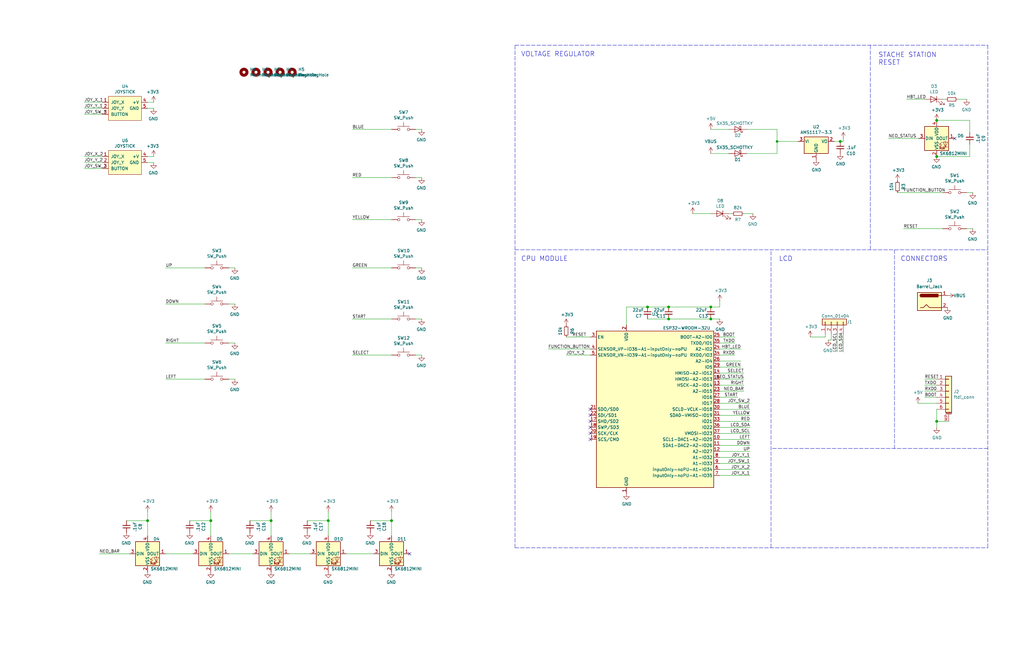
<source format=kicad_sch>
(kicad_sch (version 20211123) (generator eeschema)
  (paper "B")
  (title_block (rev "1.0P") (company "Evezor Inc."))
  (lib_symbols
    (symbol "Connector:Barrel_Jack" (pin_names (offset 1.016))
      (property "Reference" "J" (at 0 5.334 0))
      (property "Value" "Barrel_Jack" (at 0 -5.08 0))
      (symbol "Barrel_Jack_0_1"
        (rectangle (start -5.08 3.81) (end 5.08 -3.81) (stroke (width 0.254)) (fill (type background)))
        (arc (start -3.302 3.175) (mid -3.937 2.54) (end -3.302 1.905) (stroke (width 0.254)))
        (arc (start -3.302 3.175) (mid -3.937 2.54) (end -3.302 1.905) (stroke (width 0.254)) (fill (type outline)))
        (polyline (pts (xy 5.08 2.54) (xy 3.81 2.54)) (stroke (width 0.254)))
        (polyline (pts (xy -3.81 -2.54) (xy -2.54 -2.54) (xy -1.27 -1.27) (xy 0 -2.54) (xy 2.54 -2.54) (xy 5.08 -2.54)) (stroke (width 0.254)))
        (rectangle (start 3.683 3.175) (end -3.302 1.905) (stroke (width 0.254)) (fill (type outline)))
      )
      (symbol "Barrel_Jack_1_1"
        (pin passive line (at 7.62 2.54 180) (length 2.54) (name "~") (number "1"))
        (pin passive line (at 7.62 -2.54 180) (length 2.54) (name "~") (number "2"))
      )
    )
    (symbol "Connector_Generic:Conn_01x04" (pin_names (offset 1.016) hide)
      (property "Reference" "J" (at 0 5.08 0))
      (property "Value" "Conn_01x04" (at 0 -7.62 0))
      (symbol "Conn_01x04_1_1"
        (rectangle (start -1.27 -4.953) (end 0 -5.207) (stroke (width 0.1524)))
        (rectangle (start -1.27 -2.413) (end 0 -2.667) (stroke (width 0.1524)))
        (rectangle (start -1.27 0.127) (end 0 -0.127) (stroke (width 0.1524)))
        (rectangle (start -1.27 2.667) (end 0 2.413) (stroke (width 0.1524)))
        (rectangle (start -1.27 3.81) (end 1.27 -6.35) (stroke (width 0.254)) (fill (type background)))
        (pin passive line (at -5.08 2.54 0) (length 3.81) (name "Pin_1") (number "1"))
        (pin passive line (at -5.08 0 0) (length 3.81) (name "Pin_2") (number "2"))
        (pin passive line (at -5.08 -2.54 0) (length 3.81) (name "Pin_3") (number "3"))
        (pin passive line (at -5.08 -5.08 0) (length 3.81) (name "Pin_4") (number "4"))
      )
    )
    (symbol "Connector_Generic_MountingPin:Conn_01x06_MountingPin" (pin_names (offset 1.016) hide)
      (property "Reference" "J" (at 0 7.62 0))
      (property "Value" "Conn_01x06_MountingPin" (at 1.27 -10.16 0))
      (symbol "Conn_01x06_MountingPin_1_1"
        (rectangle (start -1.27 -7.493) (end 0 -7.747) (stroke (width 0.1524)))
        (rectangle (start -1.27 -4.953) (end 0 -5.207) (stroke (width 0.1524)))
        (rectangle (start -1.27 -2.413) (end 0 -2.667) (stroke (width 0.1524)))
        (rectangle (start -1.27 0.127) (end 0 -0.127) (stroke (width 0.1524)))
        (rectangle (start -1.27 2.667) (end 0 2.413) (stroke (width 0.1524)))
        (rectangle (start -1.27 5.207) (end 0 4.953) (stroke (width 0.1524)))
        (rectangle (start -1.27 6.35) (end 1.27 -8.89) (stroke (width 0.254)) (fill (type background)))
        (polyline (pts (xy -1.016 -9.652) (xy 1.016 -9.652)) (stroke (width 0.1524)))
        (text "Mounting" (at 0 -9.271 0) (effects (font (size 0.381 0.381))))
        (pin passive line (at -5.08 5.08 0) (length 3.81) (name "Pin_1") (number "1"))
        (pin passive line (at -5.08 2.54 0) (length 3.81) (name "Pin_2") (number "2"))
        (pin passive line (at -5.08 0 0) (length 3.81) (name "Pin_3") (number "3"))
        (pin passive line (at -5.08 -2.54 0) (length 3.81) (name "Pin_4") (number "4"))
        (pin passive line (at -5.08 -5.08 0) (length 3.81) (name "Pin_5") (number "5"))
        (pin passive line (at -5.08 -7.62 0) (length 3.81) (name "Pin_6") (number "6"))
        (pin passive line (at 0 -12.7 90) (length 3.048) (name "MountPin") (number "MP"))
      )
    )
    (symbol "Device:C_Small" (pin_numbers hide) (pin_names (offset 0.254) hide)
      (property "Reference" "C" (at 0.254 1.778 0))
      (property "Value" "C_Small" (at 0.254 -2.032 0))
      (symbol "C_Small_0_1"
        (polyline (pts (xy -1.524 -0.508) (xy 1.524 -0.508)) (stroke (width 0.3302)))
        (polyline (pts (xy -1.524 0.508) (xy 1.524 0.508)) (stroke (width 0.3048)))
      )
      (symbol "C_Small_1_1"
        (pin passive line (at 0 2.54 270) (length 2.032) (name "~") (number "1"))
        (pin passive line (at 0 -2.54 90) (length 2.032) (name "~") (number "2"))
      )
    )
    (symbol "Device:D_Schottky" (pin_numbers hide) (pin_names (offset 1.016) hide)
      (property "Reference" "D" (at 0 2.54 0))
      (property "Value" "D_Schottky" (at 0 -2.54 0))
      (symbol "D_Schottky_0_1"
        (polyline (pts (xy 1.27 0) (xy -1.27 0)))
        (polyline (pts (xy 1.27 1.27) (xy 1.27 -1.27) (xy -1.27 0) (xy 1.27 1.27)) (stroke (width 0.2032)))
        (polyline (pts (xy -1.905 0.635) (xy -1.905 1.27) (xy -1.27 1.27) (xy -1.27 -1.27) (xy -0.635 -1.27) (xy -0.635 -0.635)) (stroke (width 0.2032)))
      )
      (symbol "D_Schottky_1_1"
        (pin passive line (at -3.81 0 0) (length 2.54) (name "K") (number "1"))
        (pin passive line (at 3.81 0 180) (length 2.54) (name "A") (number "2"))
      )
    )
    (symbol "Device:LED" (pin_numbers hide) (pin_names (offset 1.016) hide)
      (property "Reference" "D" (at 0 2.54 0))
      (property "Value" "LED" (at 0 -2.54 0))
      (symbol "LED_0_1"
        (polyline (pts (xy -1.27 -1.27) (xy -1.27 1.27)) (stroke (width 0.2032)))
        (polyline (pts (xy -1.27 0) (xy 1.27 0)))
        (polyline (pts (xy 1.27 -1.27) (xy 1.27 1.27) (xy -1.27 0) (xy 1.27 -1.27)) (stroke (width 0.2032)))
        (polyline (pts (xy -3.048 -0.762) (xy -4.572 -2.286) (xy -3.81 -2.286) (xy -4.572 -2.286) (xy -4.572 -1.524)))
        (polyline (pts (xy -1.778 -0.762) (xy -3.302 -2.286) (xy -2.54 -2.286) (xy -3.302 -2.286) (xy -3.302 -1.524)))
      )
      (symbol "LED_1_1"
        (pin passive line (at -3.81 0 0) (length 2.54) (name "K") (number "1"))
        (pin passive line (at 3.81 0 180) (length 2.54) (name "A") (number "2"))
      )
    )
    (symbol "Device:R_Small" (pin_numbers hide) (pin_names (offset 0.254) hide)
      (property "Reference" "R" (at 0.762 0.508 0))
      (property "Value" "R_Small" (at 0.762 -1.016 0))
      (symbol "R_Small_0_1"
        (rectangle (start -0.762 1.778) (end 0.762 -1.778) (stroke (width 0.2032)))
      )
      (symbol "R_Small_1_1"
        (pin passive line (at 0 2.54 270) (length 0.762) (name "~") (number "1"))
        (pin passive line (at 0 -2.54 90) (length 0.762) (name "~") (number "2"))
      )
    )
    (symbol "Evezor_Library:ESP32-WROOM-32U"
      (property "Reference" "U" (at -25.4 34.29 0))
      (property "Value" "ESP32-WROOM-32U" (at 12.7 34.29 0))
      (symbol "ESP32-WROOM-32U_0_1"
        (rectangle (start -25.4 33.02) (end 24.13 -33.02) (stroke (width 0.254)) (fill (type background)))
      )
      (symbol "ESP32-WROOM-32U_1_1"
        (pin power_in line (at -12.7 -35.56 90) (length 2.54) (name "GND") (number "1"))
        (pin bidirectional line (at 26.67 -12.7 180) (length 2.54) (name "SCL1-DAC1-A2-IO25") (number "10"))
        (pin bidirectional line (at 26.67 -15.24 180) (length 2.54) (name "SDA1-DAC2-A2-IO26") (number "11"))
        (pin bidirectional line (at 26.67 -17.78 180) (length 2.54) (name "A2-IO27") (number "12"))
        (pin bidirectional line (at 26.67 10.16 180) (length 2.54) (name "HSCK-A2-IO14") (number "13"))
        (pin bidirectional line (at 26.67 15.24 180) (length 2.54) (name "HMISO-A2-IO12") (number "14"))
        (pin passive line (at -12.7 -35.56 90) (length 2.54) hide (name "GND") (number "15"))
        (pin bidirectional line (at 26.67 12.7 180) (length 2.54) (name "HMOSI-A2-IO13") (number "16"))
        (pin bidirectional line (at -27.94 -5.08 0) (length 2.54) (name "SHD/SD2") (number "17"))
        (pin bidirectional line (at -27.94 -7.62 0) (length 2.54) (name "SWP/SD3") (number "18"))
        (pin bidirectional line (at -27.94 -12.7 0) (length 2.54) (name "SCS/CMD") (number "19"))
        (pin power_in line (at -12.7 35.56 270) (length 2.54) (name "VDD") (number "2"))
        (pin bidirectional line (at -27.94 -10.16 0) (length 2.54) (name "SCK/CLK") (number "20"))
        (pin bidirectional line (at -27.94 0 0) (length 2.54) (name "SDO/SD0") (number "21"))
        (pin bidirectional line (at -27.94 -2.54 0) (length 2.54) (name "SDI/SD1") (number "22"))
        (pin bidirectional line (at 26.67 7.62 180) (length 2.54) (name "A2-IO15") (number "23"))
        (pin bidirectional line (at 26.67 25.4 180) (length 2.54) (name "A2-IO2") (number "24"))
        (pin bidirectional line (at 26.67 30.48 180) (length 2.54) (name "BOOT-A2-IO0") (number "25"))
        (pin bidirectional line (at 26.67 20.32 180) (length 2.54) (name "A2-IO4") (number "26"))
        (pin bidirectional line (at 26.67 5.08 180) (length 2.54) (name "IO16") (number "27"))
        (pin bidirectional line (at 26.67 2.54 180) (length 2.54) (name "IO17") (number "28"))
        (pin bidirectional line (at 26.67 17.78 180) (length 2.54) (name "IO5") (number "29"))
        (pin input line (at -27.94 30.48 0) (length 2.54) (name "EN") (number "3"))
        (pin bidirectional line (at 26.67 0 180) (length 2.54) (name "SCL0-VCLK-IO18") (number "30"))
        (pin bidirectional line (at 26.67 -2.54 180) (length 2.54) (name "SDA0-VMISO-IO19") (number "31"))
        (pin no_connect line (at -25.4 -27.94 0) (length 2.54) hide (name "NC") (number "32"))
        (pin bidirectional line (at 26.67 -5.08 180) (length 2.54) (name "IO21") (number "33"))
        (pin bidirectional line (at 26.67 22.86 180) (length 2.54) (name "RXD0/IO3") (number "34"))
        (pin bidirectional line (at 26.67 27.94 180) (length 2.54) (name "TXD0/IO1") (number "35"))
        (pin bidirectional line (at 26.67 -7.62 180) (length 2.54) (name "IO22") (number "36"))
        (pin bidirectional line (at 26.67 -10.16 180) (length 2.54) (name "VMOSI-IO23") (number "37"))
        (pin passive line (at -12.7 -35.56 90) (length 2.54) hide (name "GND") (number "38"))
        (pin passive line (at -12.7 -35.56 90) (length 2.54) hide (name "GND") (number "39"))
        (pin input line (at -27.94 25.4 0) (length 2.54) (name "SENSOR_VP-IO36-A1-inputOnly-noPU") (number "4"))
        (pin input line (at -27.94 22.86 0) (length 2.54) (name "SENSOR_VN-IO39-A1-inputOnly-noPU") (number "5"))
        (pin input line (at 26.67 -25.4 180) (length 2.54) (name "inputOnly-noPU-A1-IO34") (number "6"))
        (pin input line (at 26.67 -27.94 180) (length 2.54) (name "inputOnly-noPU-A1-IO35") (number "7"))
        (pin bidirectional line (at 26.67 -20.32 180) (length 2.54) (name "A1-IO32") (number "8"))
        (pin bidirectional line (at 26.67 -22.86 180) (length 2.54) (name "A1-IO33") (number "9"))
      )
    )
    (symbol "Evezor_Library:JOYSTICK" (pin_names (offset 1.016))
      (property "Reference" "U" (at -6.35 6.35 0))
      (property "Value" "JOYSTICK" (at 0 -6.35 0))
      (symbol "JOYSTICK_0_1"
        (rectangle (start -7.62 5.08) (end 6.35 -5.08) (fill (type background)))
      )
      (symbol "JOYSTICK_1_1"
        (pin passive line (at -10.16 2.54 0) (length 2.54) (name "JOY_X") (number "1"))
        (pin passive line (at -10.16 0 0) (length 2.54) (name "JOY_Y") (number "2"))
        (pin passive line (at -10.16 -2.54 0) (length 2.54) (name "BUTTON") (number "3"))
        (pin passive line (at 8.89 2.54 180) (length 2.54) (name "+V") (number "4"))
        (pin passive line (at 8.89 0 180) (length 2.54) (name "GND") (number "5"))
      )
    )
    (symbol "LED:SK6812MINI" (pin_names (offset 0.254))
      (property "Reference" "D" (at 5.08 5.715 0))
      (property "Value" "SK6812MINI" (at 1.27 -5.715 0))
      (symbol "SK6812MINI_0_0"
        (text "RGB" (at 2.286 -4.191 0) (effects (font (size 0.762 0.762))))
      )
      (symbol "SK6812MINI_0_1"
        (polyline (pts (xy 1.27 -3.556) (xy 1.778 -3.556)))
        (polyline (pts (xy 1.27 -2.54) (xy 1.778 -2.54)))
        (polyline (pts (xy 4.699 -3.556) (xy 2.667 -3.556)))
        (polyline (pts (xy 2.286 -2.54) (xy 1.27 -3.556) (xy 1.27 -3.048)))
        (polyline (pts (xy 2.286 -1.524) (xy 1.27 -2.54) (xy 1.27 -2.032)))
        (polyline (pts (xy 3.683 -1.016) (xy 3.683 -3.556) (xy 3.683 -4.064)))
        (polyline (pts (xy 4.699 -1.524) (xy 2.667 -1.524) (xy 3.683 -3.556) (xy 4.699 -1.524)))
        (rectangle (start 5.08 5.08) (end -5.08 -5.08) (stroke (width 0.254)) (fill (type background)))
      )
      (symbol "SK6812MINI_1_1"
        (pin output line (at 7.62 0 180) (length 2.54) (name "DOUT") (number "1"))
        (pin power_in line (at 0 -7.62 90) (length 2.54) (name "VSS") (number "2"))
        (pin input line (at -7.62 0 0) (length 2.54) (name "DIN") (number "3"))
        (pin power_in line (at 0 7.62 270) (length 2.54) (name "VDD") (number "4"))
      )
    )
    (symbol "Mechanical:MountingHole" (pin_names (offset 1.016))
      (property "Reference" "H" (at 0 5.08 0))
      (property "Value" "MountingHole" (at 0 3.175 0))
      (symbol "MountingHole_0_1"
        (circle (center 0 0) (radius 1.27) (stroke (width 1.27)))
      )
    )
    (symbol "Regulator_Linear:AMS1117-3.3" (pin_names (offset 0.254))
      (property "Reference" "U" (at -3.81 3.175 0))
      (property "Value" "AMS1117-3.3" (at 0 3.175 0))
      (symbol "AMS1117-3.3_0_1"
        (rectangle (start -5.08 -5.08) (end 5.08 1.905) (stroke (width 0.254)) (fill (type background)))
      )
      (symbol "AMS1117-3.3_1_1"
        (pin power_in line (at 0 -7.62 90) (length 2.54) (name "GND") (number "1"))
        (pin power_out line (at 7.62 0 180) (length 2.54) (name "VO") (number "2"))
        (pin power_in line (at -7.62 0 0) (length 2.54) (name "VI") (number "3"))
      )
    )
    (symbol "Switch:SW_Push" (pin_numbers hide) (pin_names (offset 1.016) hide)
      (property "Reference" "SW" (at 1.27 2.54 0))
      (property "Value" "SW_Push" (at 0 -1.524 0))
      (symbol "SW_Push_0_1"
        (circle (center -2.032 0) (radius 0.508))
        (polyline (pts (xy 0 1.27) (xy 0 3.048)))
        (polyline (pts (xy 2.54 1.27) (xy -2.54 1.27)))
        (circle (center 2.032 0) (radius 0.508))
        (pin passive line (at -5.08 0 0) (length 2.54) (name "1") (number "1"))
        (pin passive line (at 5.08 0 180) (length 2.54) (name "2") (number "2"))
      )
    )
    (symbol "power:+3.3V" (power) (pin_names (offset 0))
      (property "Value" "+3.3V" (at 0 3.556 0))
      (symbol "+3.3V_0_1"
        (polyline (pts (xy -0.762 1.27) (xy 0 2.54)))
        (polyline (pts (xy 0 0) (xy 0 2.54)))
        (polyline (pts (xy 0 2.54) (xy 0.762 1.27)))
      )
      (symbol "+3.3V_1_1"
        (pin power_in line (at 0 0 90) (length 0) hide (name "+3V3") (number "1"))
      )
    )
    (symbol "power:+5V" (power) (pin_names (offset 0))
      (property "Value" "+5V" (at 0 3.556 0))
      (symbol "+5V_0_1"
        (polyline (pts (xy -0.762 1.27) (xy 0 2.54)))
        (polyline (pts (xy 0 0) (xy 0 2.54)))
        (polyline (pts (xy 0 2.54) (xy 0.762 1.27)))
      )
      (symbol "+5V_1_1"
        (pin power_in line (at 0 0 90) (length 0) hide (name "+5V") (number "1"))
      )
    )
    (symbol "power:GND" (power) (pin_names (offset 0))
      (property "Value" "GND" (at 0 -3.81 0))
      (symbol "GND_0_1"
        (polyline (pts (xy 0 0) (xy 0 -1.27) (xy 1.27 -1.27) (xy 0 -2.54) (xy -1.27 -1.27) (xy 0 -1.27)))
      )
      (symbol "GND_1_1"
        (pin power_in line (at 0 0 270) (length 0) hide (name "GND") (number "1"))
      )
    )
    (symbol "power:VBUS" (power) (pin_names (offset 0))
      (property "Value" "VBUS" (at 0 3.81 0))
      (symbol "VBUS_0_1"
        (polyline (pts (xy -0.762 1.27) (xy 0 2.54)))
        (polyline (pts (xy 0 0) (xy 0 2.54)))
        (polyline (pts (xy 0 2.54) (xy 0.762 1.27)))
      )
      (symbol "VBUS_1_1"
        (pin power_in line (at 0 0 90) (length 0) hide (name "VBUS") (number "1"))
      )
    )
  )
  (junction (at 299.72 134.62) (diameter 1.016))
  (junction (at 165.1 219.71) (diameter 1.016))
  (junction (at 354.33 59.69) (diameter 1.016))
  (junction (at 273.05 129.54) (diameter 1.016))
  (junction (at 114.3 219.71) (diameter 1.016))
  (junction (at 138.43 219.71) (diameter 1.016))
  (junction (at 281.94 134.62) (diameter 1.016))
  (junction (at 281.94 129.54) (diameter 1.016))
  (junction (at 62.23 219.71) (diameter 1.016))
  (junction (at 394.97 177.8) (diameter 1.016))
  (junction (at 299.72 129.54) (diameter 1.016))
  (junction (at 394.97 66.04) (diameter 1.016))
  (junction (at 394.97 50.8) (diameter 1.016))
  (junction (at 88.9 219.71) (diameter 1.016))
  (junction (at 327.66 59.69))
  (no_connect (at 248.92 180.34))
  (no_connect (at 248.92 177.8))
  (no_connect (at 248.92 172.72))
  (no_connect (at 172.72 233.68))
  (no_connect (at 402.59 58.42))
  (no_connect (at 248.92 175.26))
  (no_connect (at 248.92 182.88))
  (no_connect (at 248.92 185.42))
  (wire (pts (xy 148.59 74.93) (xy 165.1 74.93)))
  (polyline (pts (xy 367.03 19.05) (xy 367.03 105.41)) (stroke (width 0) (type dash)))
  (wire (pts (xy 96.52 113.03) (xy 99.06 113.03)))
  (wire (pts (xy 114.3 219.71) (xy 114.3 226.06)))
  (wire (pts (xy 146.05 233.68) (xy 157.48 233.68)))
  (wire (pts (xy 387.35 58.42) (xy 374.65 58.42)))
  (wire (pts (xy 129.54 219.71) (xy 138.43 219.71)))
  (wire (pts (xy 156.21 219.71) (xy 165.1 219.71)))
  (wire (pts (xy 138.43 219.71) (xy 138.43 215.9)))
  (wire (pts (xy 303.53 175.26) (xy 316.23 175.26)))
  (wire (pts (xy 347.98 142.24) (xy 347.98 140.97)))
  (wire (pts (xy 64.77 68.58) (xy 62.23 68.58)))
  (wire (pts (xy 403.86 41.91) (xy 407.67 41.91)))
  (wire (pts (xy 175.26 74.93) (xy 177.8 74.93)))
  (wire (pts (xy 303.53 185.42) (xy 316.23 185.42)))
  (wire (pts (xy 303.53 142.24) (xy 309.88 142.24)))
  (wire (pts (xy 341.63 142.24) (xy 347.98 142.24)))
  (wire (pts (xy 105.41 219.71) (xy 114.3 219.71)))
  (wire (pts (xy 394.97 66.04) (xy 408.94 66.04)))
  (wire (pts (xy 303.53 190.5) (xy 316.23 190.5)))
  (wire (pts (xy 165.1 219.71) (xy 165.1 215.9)))
  (wire (pts (xy 299.72 129.54) (xy 303.53 129.54)))
  (wire (pts (xy 148.59 149.86) (xy 165.1 149.86)))
  (wire (pts (xy 327.66 64.77) (xy 327.66 59.69)))
  (wire (pts (xy 303.53 195.58) (xy 316.23 195.58)))
  (wire (pts (xy 389.89 160.02) (xy 394.97 160.02)))
  (wire (pts (xy 175.26 134.62) (xy 177.8 134.62)))
  (wire (pts (xy 303.53 182.88) (xy 316.23 182.88)))
  (wire (pts (xy 69.85 160.02) (xy 86.36 160.02)))
  (wire (pts (xy 303.53 129.54) (xy 303.53 127)))
  (polyline (pts (xy 217.17 19.05) (xy 416.56 19.05)) (stroke (width 0) (type dash)))
  (wire (pts (xy 148.59 92.71) (xy 165.1 92.71)))
  (wire (pts (xy 394.97 177.8) (xy 400.05 177.8)))
  (wire (pts (xy 35.56 48.26) (xy 43.18 48.26)))
  (wire (pts (xy 69.85 233.68) (xy 81.28 233.68)))
  (wire (pts (xy 353.06 140.97) (xy 353.06 148.59)))
  (wire (pts (xy 69.85 113.03) (xy 86.36 113.03)))
  (wire (pts (xy 303.53 160.02) (xy 313.69 160.02)))
  (wire (pts (xy 309.88 149.86) (xy 303.53 149.86)))
  (wire (pts (xy 355.6 140.97) (xy 355.6 148.59)))
  (wire (pts (xy 349.25 143.51) (xy 350.52 143.51)))
  (wire (pts (xy 378.46 81.28) (xy 397.51 81.28)))
  (wire (pts (xy 382.27 41.91) (xy 389.89 41.91)))
  (wire (pts (xy 351.79 59.69) (xy 354.33 59.69)))
  (wire (pts (xy 303.53 198.12) (xy 316.23 198.12)))
  (wire (pts (xy 88.9 219.71) (xy 88.9 215.9)))
  (wire (pts (xy 394.97 172.72) (xy 394.97 177.8)))
  (wire (pts (xy 394.97 177.8) (xy 394.97 180.34)))
  (wire (pts (xy 407.67 81.28) (xy 410.21 81.28)))
  (wire (pts (xy 327.66 59.69) (xy 336.55 59.69)))
  (polyline (pts (xy 217.17 231.14) (xy 217.17 19.05)) (stroke (width 0) (type dash)))
  (wire (pts (xy 96.52 128.27) (xy 99.06 128.27)))
  (wire (pts (xy 394.97 167.64) (xy 389.89 167.64)))
  (wire (pts (xy 407.67 96.52) (xy 410.21 96.52)))
  (wire (pts (xy 314.96 64.77) (xy 327.66 64.77)))
  (wire (pts (xy 35.56 45.72) (xy 43.18 45.72)))
  (wire (pts (xy 62.23 66.04) (xy 64.77 66.04)))
  (polyline (pts (xy 416.56 189.23) (xy 325.12 189.23)) (stroke (width 0) (type dash)))
  (wire (pts (xy 69.85 128.27) (xy 86.36 128.27)))
  (wire (pts (xy 299.72 134.62) (xy 303.53 134.62)))
  (polyline (pts (xy 416.56 19.05) (xy 416.56 231.14)) (stroke (width 0) (type dash)))
  (wire (pts (xy 303.53 162.56) (xy 313.69 162.56)))
  (wire (pts (xy 281.94 134.62) (xy 299.72 134.62)))
  (wire (pts (xy 62.23 219.71) (xy 62.23 226.06)))
  (polyline (pts (xy 377.19 105.41) (xy 377.19 189.23)) (stroke (width 0) (type dash)))
  (wire (pts (xy 299.72 54.61) (xy 307.34 54.61)))
  (wire (pts (xy 303.53 193.04) (xy 316.23 193.04)))
  (wire (pts (xy 35.56 66.04) (xy 43.18 66.04)))
  (wire (pts (xy 231.14 147.32) (xy 248.92 147.32)))
  (wire (pts (xy 175.26 54.61) (xy 177.8 54.61)))
  (wire (pts (xy 64.77 45.72) (xy 62.23 45.72)))
  (wire (pts (xy 316.23 170.18) (xy 303.53 170.18)))
  (wire (pts (xy 408.94 66.04) (xy 408.94 60.96)))
  (wire (pts (xy 165.1 219.71) (xy 165.1 226.06)))
  (wire (pts (xy 238.76 142.24) (xy 248.92 142.24)))
  (wire (pts (xy 303.53 157.48) (xy 313.69 157.48)))
  (wire (pts (xy 281.94 129.54) (xy 299.72 129.54)))
  (polyline (pts (xy 217.17 231.14) (xy 416.56 231.14)) (stroke (width 0) (type dash)))
  (wire (pts (xy 381 96.52) (xy 397.51 96.52)))
  (polyline (pts (xy 217.17 105.41) (xy 416.56 105.41)) (stroke (width 0) (type dash)))
  (wire (pts (xy 303.53 200.66) (xy 316.23 200.66)))
  (wire (pts (xy 54.61 233.68) (xy 41.91 233.68)))
  (wire (pts (xy 148.59 113.03) (xy 165.1 113.03)))
  (wire (pts (xy 264.16 137.16) (xy 264.16 129.54)))
  (wire (pts (xy 88.9 219.71) (xy 88.9 226.06)))
  (wire (pts (xy 303.53 187.96) (xy 316.23 187.96)))
  (wire (pts (xy 303.53 165.1) (xy 313.69 165.1)))
  (wire (pts (xy 53.34 219.71) (xy 62.23 219.71)))
  (wire (pts (xy 62.23 219.71) (xy 62.23 215.9)))
  (wire (pts (xy 273.05 129.54) (xy 281.94 129.54)))
  (wire (pts (xy 312.42 147.32) (xy 303.53 147.32)))
  (wire (pts (xy 299.72 64.77) (xy 307.34 64.77)))
  (wire (pts (xy 394.97 50.8) (xy 408.94 50.8)))
  (wire (pts (xy 355.6 59.69) (xy 355.6 58.42)))
  (wire (pts (xy 303.53 177.8) (xy 316.23 177.8)))
  (wire (pts (xy 313.69 90.17) (xy 317.5 90.17)))
  (wire (pts (xy 35.56 68.58) (xy 43.18 68.58)))
  (wire (pts (xy 35.56 43.18) (xy 43.18 43.18)))
  (wire (pts (xy 389.89 165.1) (xy 394.97 165.1)))
  (wire (pts (xy 96.52 160.02) (xy 99.06 160.02)))
  (wire (pts (xy 114.3 219.71) (xy 114.3 215.9)))
  (wire (pts (xy 148.59 54.61) (xy 165.1 54.61)))
  (wire (pts (xy 387.096 170.18) (xy 394.97 170.18)))
  (polyline (pts (xy 325.12 231.14) (xy 325.12 105.41)) (stroke (width 0) (type dash)))
  (wire (pts (xy 96.52 144.78) (xy 99.06 144.78)))
  (wire (pts (xy 138.43 219.71) (xy 138.43 226.06)))
  (wire (pts (xy 121.92 233.68) (xy 130.81 233.68)))
  (wire (pts (xy 311.15 167.64) (xy 303.53 167.64)))
  (wire (pts (xy 303.53 180.34) (xy 316.23 180.34)))
  (wire (pts (xy 273.05 134.62) (xy 281.94 134.62)))
  (wire (pts (xy 314.96 54.61) (xy 327.66 54.61)))
  (wire (pts (xy 175.26 92.71) (xy 177.8 92.71)))
  (wire (pts (xy 292.1 90.17) (xy 299.72 90.17)))
  (wire (pts (xy 175.26 149.86) (xy 177.8 149.86)))
  (wire (pts (xy 62.23 43.18) (xy 64.77 43.18)))
  (wire (pts (xy 303.53 172.72) (xy 316.23 172.72)))
  (wire (pts (xy 238.76 149.86) (xy 248.92 149.86)))
  (wire (pts (xy 307.34 90.17) (xy 308.61 90.17)))
  (wire (pts (xy 264.16 129.54) (xy 273.05 129.54)))
  (wire (pts (xy 350.52 143.51) (xy 350.52 140.97)))
  (wire (pts (xy 303.53 144.78) (xy 309.88 144.78)))
  (wire (pts (xy 148.59 134.62) (xy 165.1 134.62)))
  (wire (pts (xy 303.53 152.4) (xy 312.42 152.4)))
  (wire (pts (xy 69.85 144.78) (xy 86.36 144.78)))
  (wire (pts (xy 408.94 50.8) (xy 408.94 55.88)))
  (wire (pts (xy 354.33 59.69) (xy 355.6 59.69)))
  (wire (pts (xy 175.26 113.03) (xy 177.8 113.03)))
  (wire (pts (xy 397.51 41.91) (xy 398.78 41.91)))
  (wire (pts (xy 96.52 233.68) (xy 106.68 233.68)))
  (wire (pts (xy 80.01 219.71) (xy 88.9 219.71)))
  (wire (pts (xy 389.89 162.56) (xy 394.97 162.56)))
  (wire (pts (xy 327.66 54.61) (xy 327.66 59.69)))
  (wire (pts (xy 35.56 71.12) (xy 43.18 71.12)))
  (wire (pts (xy 303.53 154.94) (xy 312.42 154.94)))
  (text "VOLTAGE REGULATOR" (at 219.71 24.13 0) (effects (font (size 2.0066 2.0066)) (justify left bottom)))
  (text "CPU MODULE" (at 219.71 110.49 0) (effects (font (size 2.0066 2.0066)) (justify left bottom)))
  (text "LCD" (at 328.422 110.49 0) (effects (font (size 2.0066 2.0066)) (justify left bottom)))
  (text "STACHE STATION\nRESET " (at 370.332 27.686 0) (effects (font (size 2.0066 2.0066)) (justify left bottom)))
  (text "CONNECTORS" (at 379.73 110.49 0) (effects (font (size 2.0066 2.0066)) (justify left bottom)))
  (label "LCD_SCL" (at 316.23 182.88 180))
  (label "RED" (at 148.59 74.93 0))
  (label "JOY_Y_1" (at 35.56 45.72 0))
  (label "TXDO" (at 309.88 144.78 180))
  (label "JOY_SW_2" (at 316.23 170.18 180))
  (label "RESET" (at 241.3 142.24 0))
  (label "JOY_X_1" (at 35.56 43.18 0))
  (label "LCD_SDA" (at 355.6 148.59 90))
  (label "START" (at 148.59 134.62 0))
  (label "SELECT" (at 313.69 157.48 180))
  (label "START" (at 311.15 167.64 180))
  (label "BLUE" (at 148.59 54.61 0))
  (label "JOY_Y_2" (at 35.56 68.58 0))
  (label "RIGHT" (at 313.69 162.56 180))
  (label "JOY_X_2" (at 35.56 66.04 0))
  (label "DOWN" (at 316.23 187.96 180))
  (label "LCD_SCL" (at 353.06 148.59 90))
  (label "HBT_LED" (at 312.42 147.32 180))
  (label "JOY_X_1" (at 316.23 200.66 180))
  (label "RIGHT" (at 69.85 144.78 0))
  (label "HBT_LED" (at 382.27 41.91 0))
  (label "UP" (at 316.23 190.5 180))
  (label "NEO_BAR" (at 41.91 233.68 0))
  (label "JOY_X_2" (at 316.23 198.12 180))
  (label "LCD_SDA" (at 316.23 180.34 180))
  (label "RXD0" (at 389.89 165.1 0))
  (label "GREEN" (at 148.59 113.03 0))
  (label "LEFT" (at 316.23 185.42 180))
  (label "YELLOW" (at 316.23 175.26 180))
  (label "BLUE" (at 316.23 172.72 180))
  (label "DOWN" (at 69.85 128.27 0))
  (label "NEO_BAR" (at 313.69 165.1 180))
  (label "UP" (at 69.85 113.03 0))
  (label "TXDO" (at 389.89 162.56 0))
  (label "FUNCTION_BUTTON" (at 381 81.28 0))
  (label "NEO_STATUS" (at 374.65 58.42 0))
  (label "JOY_SW_2" (at 35.56 71.12 0))
  (label "JOY_SW_1" (at 316.23 195.58 180))
  (label "GREEN" (at 312.42 154.94 180))
  (label "LEFT" (at 69.85 160.02 0))
  (label "SELECT" (at 148.59 149.86 0))
  (label "RESET" (at 381 96.52 0))
  (label "RED" (at 316.23 177.8 180))
  (label "FUNCTION_BUTTON" (at 231.14 147.32 0))
  (label "BOOT" (at 389.89 167.64 0))
  (label "YELLOW" (at 148.59 92.71 0))
  (label "RXD0" (at 309.88 149.86 180))
  (label "JOY_Y_1" (at 316.23 193.04 180))
  (label "BOOT" (at 309.88 142.24 180))
  (label "JOY_SW_1" (at 35.56 48.26 0))
  (label "JOY_Y_2" (at 238.76 149.86 0))
  (label "NEO_STATUS" (at 313.69 160.02 180))
  (label "RESET" (at 389.89 160.02 0))
  (symbol (lib_id "power:+3.3V") (at 355.6 58.42 0) (unit 1)
    (property "Reference" "#PWR0101" (effects hide))
    (property "Value" "+3.3V" (at 355.981 54.0258 0))
  )
  (symbol (lib_id "Regulator_Linear:AMS1117-3.3") (at 344.17 59.69 0) (unit 1)
    (property "Reference" "U2" (at 344.17 53.5432 0))
    (property "Value" "AMS1117-3.3" (at 344.17 55.8546 0))
    (property "Footprint" "Package_TO_SOT_SMD:SOT-223-3_TabPin2" (effects hide))
    (property "Datasheet" "http://www.advanced-monolithic.com/pdf/ds1117.pdf" (effects hide))
  )
  (symbol (lib_id "power:GND") (at 344.17 67.31 0) (unit 1)
    (property "Reference" "#PWR0110" (effects hide))
    (property "Value" "GND" (at 344.297 71.7042 0))
  )
  (symbol (lib_id "Device:LED") (at 393.7 41.91 0) (mirror y) (unit 1)
    (property "Reference" "D3" (at 393.8778 36.4236 0))
    (property "Value" "LED" (at 393.8778 38.735 0))
    (property "Footprint" "LED_SMD:LED_0603_1608Metric" (effects hide))
  )
  (symbol (lib_id "Device:R_Small") (at 401.32 41.91 270) (mirror x) (unit 1)
    (property "Reference" "R5" (at 401.32 44.45 90))
    (property "Value" "10k" (at 401.32 39.37 90))
    (property "Footprint" "Resistor_SMD:R_0603_1608Metric" (effects hide))
  )
  (symbol (lib_id "power:GND") (at 407.67 41.91 0) (mirror y) (unit 1)
    (property "Reference" "#PWR0133" (effects hide))
    (property "Value" "GND" (at 407.543 46.3042 0))
  )
  (symbol (lib_id "power:GND") (at 410.21 81.28 0) (mirror y) (unit 1)
    (property "Reference" "#PWR0129" (effects hide))
    (property "Value" "GND" (at 410.083 85.6742 0))
  )
  (symbol (lib_id "Switch:SW_Push") (at 402.59 81.28 0) (unit 1)
    (property "Reference" "SW1" (at 402.59 74.041 0))
    (property "Value" "SW_Push" (at 402.59 76.3524 0))
    (property "Footprint" "Button_Switch_SMD:SWITCH_2x3_SMD_TACTILE_GREEN" (effects hide))
  )
  (symbol (lib_id "power:+3.3V") (at 394.97 50.8 0) (unit 1)
    (property "Reference" "#PWR0130" (effects hide))
    (property "Value" "+3.3V" (at 395.351 46.4058 0))
  )
  (symbol (lib_id "power:GND") (at 394.97 66.04 0) (mirror y) (unit 1)
    (property "Reference" "#PWR0131" (effects hide))
    (property "Value" "GND" (at 394.843 70.4342 0))
  )
  (symbol (lib_id "Device:C_Small") (at 408.94 58.42 180) (unit 1)
    (property "Reference" "C9" (at 414.7566 58.42 90))
    (property "Value" ".1uF" (at 412.4452 58.42 90))
    (property "Footprint" "Capacitor_SMD:C_0603_1608Metric" (effects hide))
  )
  (symbol (lib_id "Device:D_Schottky") (at 311.15 54.61 180) (unit 1)
    (property "Reference" "D2" (at 312.42 57.15 0) (effects (justify left)))
    (property "Value" "SX35_SCHOTTKY" (at 317.5 52.07 0) (effects (justify left)))
    (property "Footprint" "Diode_SMD:D_SMA" (effects hide))
  )
  (symbol (lib_id "Device:C_Small") (at 354.33 62.23 0) (unit 1)
    (property "Reference" "C10" (at 356.87 64.77 0) (effects (justify left)))
    (property "Value" ".1uF" (at 356.87 62.23 0) (effects (justify left)))
    (property "Footprint" "Capacitor_SMD:C_0603_1608Metric" (effects hide))
  )
  (symbol (lib_id "power:GND") (at 354.33 64.77 0) (unit 1)
    (property "Reference" "#PWR0137" (effects hide))
    (property "Value" "GND" (at 354.457 69.1642 0))
  )
  (symbol (lib_id "LED:SK6812MINI") (at 394.97 58.42 0) (unit 1)
    (property "Reference" "D6" (at 403.7076 57.2516 0) (effects (justify left)))
    (property "Value" "SK6812MINI" (at 396.24 64.77 0) (effects (justify left)))
    (property "Footprint" "LED_SMD:LED_SK6812MINI_PLCC4_3.5x3.5mm_P1.75mm" (effects hide))
    (property "Datasheet" "https://cdn-shop.adafruit.com/product-files/2686/SK6812MINI_REV.01-1-2.pdf" (effects hide))
  )
  (symbol (lib_id "Device:C_Small") (at 273.05 132.08 0) (unit 1)
    (property "Reference" "C7" (at 267.97 133.35 0) (effects (justify left)))
    (property "Value" "22uF" (at 266.7 130.81 0) (effects (justify left)))
    (property "Footprint" "Capacitor_SMD:C_0805_2012Metric" (effects hide))
  )
  (symbol (lib_id "Device:C_Small") (at 281.94 132.08 0) (unit 1)
    (property "Reference" "C11" (at 276.86 133.35 0) (effects (justify left)))
    (property "Value" "22uF" (at 275.59 130.81 0) (effects (justify left)))
    (property "Footprint" "Capacitor_SMD:C_0805_2012Metric" (effects hide))
  )
  (symbol (lib_id "Device:C_Small") (at 299.72 132.08 0) (unit 1)
    (property "Reference" "C13" (at 294.64 133.35 0) (effects (justify left)))
    (property "Value" "22uF" (at 293.37 130.81 0) (effects (justify left)))
    (property "Footprint" "Capacitor_SMD:C_0805_2012Metric" (effects hide))
  )
  (symbol (lib_id "Device:R_Small") (at 238.76 139.7 180) (unit 1)
    (property "Reference" "R6" (at 241.3 139.7 90))
    (property "Value" "10k" (at 236.22 139.7 90))
    (property "Footprint" "Resistor_SMD:R_0603_1608Metric" (effects hide))
  )
  (symbol (lib_id "Connector_Generic_MountingPin:Conn_01x06_MountingPin") (at 400.05 165.1 0) (unit 1)
    (property "Reference" "J2" (at 402.082 165.3032 0) (effects (justify left)))
    (property "Value" "ftdi_conn" (at 402.082 167.6146 0) (effects (justify left)))
    (property "Footprint" "Connector_JST:JST_SH_SM06B-SRSS-TB_1x06-1MP_P1.00mm_Horizontal" (effects hide))
  )
  (symbol (lib_id "power:+3.3V") (at 238.76 137.16 0) (unit 1)
    (property "Reference" "#PWR0113" (effects hide))
    (property "Value" "+3.3V" (at 239.141 132.7658 0))
  )
  (symbol (lib_id "power:+3.3V") (at 303.53 127 0) (unit 1)
    (property "Reference" "#PWR0114" (effects hide))
    (property "Value" "+3.3V" (at 303.911 122.6058 0))
  )
  (symbol (lib_id "power:GND") (at 303.53 134.62 0) (unit 1)
    (property "Reference" "#PWR0126" (effects hide))
    (property "Value" "GND" (at 303.657 139.0142 0))
  )
  (symbol (lib_id "power:GND") (at 394.97 180.34 0) (unit 1)
    (property "Reference" "#PWR0119" (effects hide))
    (property "Value" "GND" (at 395.097 184.7342 0))
  )
  (symbol (lib_id "power:GND") (at 264.16 208.28 0) (unit 1)
    (property "Reference" "#PWR0124" (effects hide))
    (property "Value" "GND" (at 264.287 212.6742 0))
  )
  (symbol (lib_id "Evezor_Library:ESP32-WROOM-32U") (at 276.86 172.72 0) (unit 1)
    (property "Reference" "U3" (at 276.225 132.5626 0))
    (property "Value" "ESP32-WROOM-32U" (at 289.56 138.43 0))
    (property "Footprint" "RF_Module:ESP32-WROOM-32U_evezor" (effects hide))
    (property "Datasheet" "https://www.espressif.com/sites/default/files/documentation/esp32-wroom-32d_esp32-wroom-32u_datasheet_en.pdf" (effects hide))
  )
  (symbol (lib_id "power:GND") (at 410.21 96.52 0) (mirror y) (unit 1)
    (property "Reference" "#PWR0117" (effects hide))
    (property "Value" "GND" (at 410.083 100.9142 0))
  )
  (symbol (lib_id "Switch:SW_Push") (at 402.59 96.52 0) (unit 1)
    (property "Reference" "SW2" (at 402.59 89.281 0))
    (property "Value" "SW_Push" (at 402.59 91.5924 0))
    (property "Footprint" "Button_Switch_SMD:SWITCH_2x3_SMD_TACTILE_GREEN" (effects hide))
  )
  (symbol (lib_id "Device:LED") (at 303.53 90.17 0) (mirror y) (unit 1)
    (property "Reference" "D8" (at 303.7078 84.6836 0))
    (property "Value" "LED" (at 303.7078 86.995 0))
    (property "Footprint" "LED_SMD:LED_0603_1608Metric" (effects hide))
  )
  (symbol (lib_id "Device:R_Small") (at 311.15 90.17 270) (mirror x) (unit 1)
    (property "Reference" "R7" (at 311.15 92.71 90))
    (property "Value" "82k" (at 311.15 87.63 90))
    (property "Footprint" "Resistor_SMD:R_0603_1608Metric" (effects hide))
  )
  (symbol (lib_id "power:GND") (at 317.5 90.17 0) (mirror y) (unit 1)
    (property "Reference" "#PWR0138" (effects hide))
    (property "Value" "GND" (at 317.373 94.5642 0))
  )
  (symbol (lib_id "Device:R_Small") (at 378.46 78.74 180) (unit 1)
    (property "Reference" "R3" (at 381 78.74 90))
    (property "Value" "10k" (at 375.92 78.74 90))
    (property "Footprint" "Resistor_SMD:R_0603_1608Metric" (effects hide))
  )
  (symbol (lib_id "power:+3.3V") (at 378.46 76.2 0) (unit 1)
    (property "Reference" "#PWR0116" (effects hide))
    (property "Value" "+3.3V" (at 378.841 71.8058 0))
  )
  (symbol (lib_id "Switch:SW_Push") (at 170.18 54.61 0) (unit 1)
    (property "Reference" "SW7" (at 170.18 47.371 0))
    (property "Value" "SW_Push" (at 170.18 49.6824 0))
    (property "Footprint" "Button_Switch_SMD:12mm_pushbutton" (effects hide))
  )
  (symbol (lib_id "power:GND") (at 99.06 160.02 0) (mirror y) (unit 1)
    (property "Reference" "#PWR014" (effects hide))
    (property "Value" "GND" (at 98.933 164.4142 0))
  )
  (symbol (lib_id "power:+3.3V") (at 64.77 66.04 0) (mirror y) (unit 1)
    (property "Reference" "#PWR06" (effects hide))
    (property "Value" "+3.3V" (at 64.389 61.6458 0))
  )
  (symbol (lib_id "power:+3.3V") (at 62.23 215.9 0) (unit 1)
    (property "Reference" "#PWR02" (effects hide))
    (property "Value" "+3.3V" (at 62.611 211.5058 0))
  )
  (symbol (lib_id "power:GND") (at 62.23 241.3 0) (mirror y) (unit 1)
    (property "Reference" "#PWR03" (effects hide))
    (property "Value" "GND" (at 62.103 245.6942 0))
  )
  (symbol (lib_id "power:GND") (at 114.3 241.3 0) (mirror y) (unit 1)
    (property "Reference" "#PWR017" (effects hide))
    (property "Value" "GND" (at 114.173 245.6942 0))
  )
  (symbol (lib_id "power:GND") (at 177.8 92.71 0) (mirror y) (unit 1)
    (property "Reference" "#PWR026" (effects hide))
    (property "Value" "GND" (at 177.673 97.1042 0))
  )
  (symbol (lib_id "Mechanical:MountingHole") (at 123.19 30.48 0) (unit 1)
    (property "Reference" "H5" (at 125.73 29.3116 0) (effects (justify left)))
    (property "Value" "MountingHole" (at 125.73 31.623 0) (effects (justify left)))
    (property "Footprint" "MountingHole:MountingHole_2.5mm_Pad" (effects hide))
  )
  (symbol (lib_id "power:GND") (at 64.77 45.72 0) (mirror y) (unit 1)
    (property "Reference" "#PWR05" (effects hide))
    (property "Value" "GND" (at 64.643 50.1142 0))
  )
  (symbol (lib_id "Switch:SW_Push") (at 91.44 144.78 0) (unit 1)
    (property "Reference" "SW5" (at 91.44 137.541 0))
    (property "Value" "SW_Push" (at 91.44 139.8524 0))
    (property "Footprint" "Button_Switch_SMD:SWITCH_2x3_SMD_TACTILE_GREEN" (effects hide))
  )
  (symbol (lib_id "Connector:Barrel_Jack") (at 391.922 127.254 0) (unit 1)
    (property "Reference" "J3" (at 391.922 118.364 0))
    (property "Value" "Barrel_Jack" (at 391.922 120.904 0))
    (property "Footprint" "Connector_BarrelJack:BarrelJack_Horizontal" (effects hide))
  )
  (symbol (lib_id "power:+3.3V") (at 292.1 90.17 0) (unit 1)
    (property "Reference" "#PWR037" (effects hide))
    (property "Value" "+3.3V" (at 292.481 85.7758 0))
  )
  (symbol (lib_id "LED:SK6812MINI") (at 88.9 233.68 0) (unit 1)
    (property "Reference" "D5" (at 91.2876 227.4316 0) (effects (justify left)))
    (property "Value" "SK6812MINI" (at 90.17 240.03 0) (effects (justify left)))
    (property "Footprint" "LED_SMD:LED_SK6812MINI_PLCC4_3.5x3.5mm_P1.75mm" (effects hide))
    (property "Datasheet" "https://cdn-shop.adafruit.com/product-files/2686/SK6812MINI_REV.01-1-2.pdf" (effects hide))
  )
  (symbol (lib_id "power:GND") (at 177.8 149.86 0) (mirror y) (unit 1)
    (property "Reference" "#PWR029" (effects hide))
    (property "Value" "GND" (at 177.673 154.2542 0))
  )
  (symbol (lib_id "power:+3.3V") (at 114.3 215.9 0) (unit 1)
    (property "Reference" "#PWR016" (effects hide))
    (property "Value" "+3.3V" (at 114.681 211.5058 0))
  )
  (symbol (lib_id "Switch:SW_Push") (at 170.18 113.03 0) (unit 1)
    (property "Reference" "SW10" (at 170.18 105.791 0))
    (property "Value" "SW_Push" (at 170.18 108.1024 0))
    (property "Footprint" "Button_Switch_SMD:12mm_pushbutton" (effects hide))
  )
  (symbol (lib_id "power:GND") (at 53.34 224.79 0) (mirror y) (unit 1)
    (property "Reference" "#PWR01" (effects hide))
    (property "Value" "GND" (at 53.213 229.1842 0))
  )
  (symbol (lib_id "power:GND") (at 129.54 224.79 0) (mirror y) (unit 1)
    (property "Reference" "#PWR018" (effects hide))
    (property "Value" "GND" (at 129.413 229.1842 0))
  )
  (symbol (lib_id "Device:C_Small") (at 80.01 222.25 180) (unit 1)
    (property "Reference" "C12" (at 85.8266 222.25 90))
    (property "Value" ".1uF" (at 83.5152 222.25 90))
    (property "Footprint" "Capacitor_SMD:C_0603_1608Metric" (effects hide))
  )
  (symbol (lib_id "power:GND") (at 88.9 241.3 0) (mirror y) (unit 1)
    (property "Reference" "#PWR010" (effects hide))
    (property "Value" "GND" (at 88.773 245.6942 0))
  )
  (symbol (lib_id "Device:C_Small") (at 53.34 222.25 180) (unit 1)
    (property "Reference" "C8" (at 59.1566 222.25 90))
    (property "Value" ".1uF" (at 56.8452 222.25 90))
    (property "Footprint" "Capacitor_SMD:C_0603_1608Metric" (effects hide))
  )
  (symbol (lib_id "power:+5V") (at 299.72 54.61 0) (unit 1)
    (property "Reference" "#PWR030" (effects hide))
    (property "Value" "+5V" (at 299.72 50.038 0))
  )
  (symbol (lib_id "power:GND") (at 165.1 241.3 0) (mirror y) (unit 1)
    (property "Reference" "#PWR023" (effects hide))
    (property "Value" "GND" (at 164.973 245.6942 0))
  )
  (symbol (lib_id "Device:C_Small") (at 105.41 222.25 180) (unit 1)
    (property "Reference" "C16" (at 111.2266 222.25 90))
    (property "Value" ".1uF" (at 108.9152 222.25 90))
    (property "Footprint" "Capacitor_SMD:C_0603_1608Metric" (effects hide))
  )
  (symbol (lib_id "Switch:SW_Push") (at 170.18 74.93 0) (unit 1)
    (property "Reference" "SW8" (at 170.18 67.691 0))
    (property "Value" "SW_Push" (at 170.18 70.0024 0))
    (property "Footprint" "Button_Switch_SMD:12mm_pushbutton" (effects hide))
  )
  (symbol (lib_id "power:VBUS") (at 299.72 64.77 0) (unit 1)
    (property "Reference" "#PWR031" (effects hide))
    (property "Value" "VBUS" (at 299.72 59.69 0))
  )
  (symbol (lib_id "power:GND") (at 399.542 129.794 0) (unit 1)
    (property "Reference" "#PWR036" (effects hide))
    (property "Value" "GND" (at 399.669 134.1882 0))
  )
  (symbol (lib_id "Evezor_Library:JOYSTICK") (at 53.34 45.72 0) (unit 1)
    (property "Reference" "U4" (at 52.705 36.449 0))
    (property "Value" "JOYSTICK" (at 52.705 38.7604 0))
    (property "Footprint" "Potentiometer_THT:JOYSTICK" (effects hide))
  )
  (symbol (lib_id "power:GND") (at 177.8 113.03 0) (mirror y) (unit 1)
    (property "Reference" "#PWR027" (effects hide))
    (property "Value" "GND" (at 177.673 117.4242 0))
  )
  (symbol (lib_id "power:+3.3V") (at 138.43 215.9 0) (unit 1)
    (property "Reference" "#PWR019" (effects hide))
    (property "Value" "+3.3V" (at 138.811 211.5058 0))
  )
  (symbol (lib_id "power:GND") (at 99.06 144.78 0) (mirror y) (unit 1)
    (property "Reference" "#PWR013" (effects hide))
    (property "Value" "GND" (at 98.933 149.1742 0))
  )
  (symbol (lib_id "LED:SK6812MINI") (at 62.23 233.68 0) (unit 1)
    (property "Reference" "D4" (at 64.6176 227.4316 0) (effects (justify left)))
    (property "Value" "SK6812MINI" (at 63.5 240.03 0) (effects (justify left)))
    (property "Footprint" "LED_SMD:LED_SK6812MINI_PLCC4_3.5x3.5mm_P1.75mm" (effects hide))
    (property "Datasheet" "https://cdn-shop.adafruit.com/product-files/2686/SK6812MINI_REV.01-1-2.pdf" (effects hide))
  )
  (symbol (lib_id "power:GND") (at 177.8 134.62 0) (mirror y) (unit 1)
    (property "Reference" "#PWR028" (effects hide))
    (property "Value" "GND" (at 177.673 139.0142 0))
  )
  (symbol (lib_id "Device:C_Small") (at 129.54 222.25 180) (unit 1)
    (property "Reference" "C17" (at 135.3566 222.25 90))
    (property "Value" ".1uF" (at 133.0452 222.25 90))
    (property "Footprint" "Capacitor_SMD:C_0603_1608Metric" (effects hide))
  )
  (symbol (lib_id "Switch:SW_Push") (at 91.44 128.27 0) (unit 1)
    (property "Reference" "SW4" (at 91.44 121.031 0))
    (property "Value" "SW_Push" (at 91.44 123.3424 0))
    (property "Footprint" "Button_Switch_SMD:SWITCH_2x3_SMD_TACTILE_GREEN" (effects hide))
  )
  (symbol (lib_id "power:GND") (at 64.77 68.58 0) (mirror y) (unit 1)
    (property "Reference" "#PWR07" (effects hide))
    (property "Value" "GND" (at 64.643 72.9742 0))
  )
  (symbol (lib_id "power:GND") (at 177.8 74.93 0) (mirror y) (unit 1)
    (property "Reference" "#PWR025" (effects hide))
    (property "Value" "GND" (at 177.673 79.3242 0))
  )
  (symbol (lib_id "power:GND") (at 80.01 224.79 0) (mirror y) (unit 1)
    (property "Reference" "#PWR08" (effects hide))
    (property "Value" "GND" (at 79.883 229.1842 0))
  )
  (symbol (lib_id "power:VBUS") (at 399.542 124.714 270) (unit 1)
    (property "Reference" "#PWR035" (effects hide))
    (property "Value" "VBUS" (at 404.622 124.714 90))
  )
  (symbol (lib_id "power:GND") (at 138.43 241.3 0) (mirror y) (unit 1)
    (property "Reference" "#PWR020" (effects hide))
    (property "Value" "GND" (at 138.303 245.6942 0))
  )
  (symbol (lib_id "Mechanical:MountingHole") (at 118.11 30.48 0) (unit 1)
    (property "Reference" "H4" (at 120.65 29.3116 0) (effects (justify left)))
    (property "Value" "MountingHole" (at 120.65 31.623 0) (effects (justify left)))
    (property "Footprint" "MountingHole:MountingHole_2.5mm_Pad" (effects hide))
  )
  (symbol (lib_id "Switch:SW_Push") (at 170.18 149.86 0) (unit 1)
    (property "Reference" "SW12" (at 170.18 142.621 0))
    (property "Value" "SW_Push" (at 170.18 144.9324 0))
    (property "Footprint" "Button_Switch_SMD:SWITCH_2x3_SMD_TACTILE_GREEN" (effects hide))
  )
  (symbol (lib_id "power:+3.3V") (at 88.9 215.9 0) (unit 1)
    (property "Reference" "#PWR09" (effects hide))
    (property "Value" "+3.3V" (at 89.281 211.5058 0))
  )
  (symbol (lib_id "Device:D_Schottky") (at 311.15 64.77 180) (unit 1)
    (property "Reference" "D1" (at 312.42 67.31 0) (effects (justify left)))
    (property "Value" "SX35_SCHOTTKY" (at 317.5 62.23 0) (effects (justify left)))
    (property "Footprint" "Diode_SMD:D_SMA" (effects hide))
  )
  (symbol (lib_id "LED:SK6812MINI") (at 114.3 233.68 0) (unit 1)
    (property "Reference" "D9" (at 116.6876 227.4316 0) (effects (justify left)))
    (property "Value" "SK6812MINI" (at 115.57 240.03 0) (effects (justify left)))
    (property "Footprint" "LED_SMD:LED_SK6812MINI_PLCC4_3.5x3.5mm_P1.75mm" (effects hide))
    (property "Datasheet" "https://cdn-shop.adafruit.com/product-files/2686/SK6812MINI_REV.01-1-2.pdf" (effects hide))
  )
  (symbol (lib_id "LED:SK6812MINI") (at 138.43 233.68 0) (unit 1)
    (property "Reference" "D10" (at 140.8176 227.4316 0) (effects (justify left)))
    (property "Value" "SK6812MINI" (at 139.7 240.03 0) (effects (justify left)))
    (property "Footprint" "LED_SMD:LED_SK6812MINI_PLCC4_3.5x3.5mm_P1.75mm" (effects hide))
    (property "Datasheet" "https://cdn-shop.adafruit.com/product-files/2686/SK6812MINI_REV.01-1-2.pdf" (effects hide))
  )
  (symbol (lib_id "power:+3.3V") (at 165.1 215.9 0) (unit 1)
    (property "Reference" "#PWR022" (effects hide))
    (property "Value" "+3.3V" (at 165.481 211.5058 0))
  )
  (symbol (lib_id "Connector_Generic:Conn_01x04") (at 350.52 135.89 90) (unit 1)
    (property "Reference" "J1" (at 359.41 135.89 90) (effects (justify left)))
    (property "Value" "Conn_01x04" (at 358.14 133.35 90) (effects (justify left)))
    (property "Footprint" "Connector_PinSocket_2.54mm:PinSocket_1x04_P2.54mm_Vertical" (effects hide))
  )
  (symbol (lib_id "LED:SK6812MINI") (at 165.1 233.68 0) (unit 1)
    (property "Reference" "D11" (at 167.4876 227.4316 0) (effects (justify left)))
    (property "Value" "SK6812MINI" (at 166.37 240.03 0) (effects (justify left)))
    (property "Footprint" "LED_SMD:LED_SK6812MINI_PLCC4_3.5x3.5mm_P1.75mm" (effects hide))
    (property "Datasheet" "https://cdn-shop.adafruit.com/product-files/2686/SK6812MINI_REV.01-1-2.pdf" (effects hide))
  )
  (symbol (lib_id "power:+3.3V") (at 64.77 43.18 0) (mirror y) (unit 1)
    (property "Reference" "#PWR04" (effects hide))
    (property "Value" "+3.3V" (at 64.389 38.7858 0))
  )
  (symbol (lib_id "Mechanical:MountingHole") (at 113.03 30.48 0) (unit 1)
    (property "Reference" "H3" (at 115.57 29.3116 0) (effects (justify left)))
    (property "Value" "MountingHole" (at 115.57 31.623 0) (effects (justify left)))
    (property "Footprint" "MountingHole:MountingHole_2.5mm_Pad" (effects hide))
  )
  (symbol (lib_id "Switch:SW_Push") (at 170.18 134.62 0) (unit 1)
    (property "Reference" "SW11" (at 170.18 127.381 0))
    (property "Value" "SW_Push" (at 170.18 129.6924 0))
    (property "Footprint" "Button_Switch_SMD:SWITCH_2x3_SMD_TACTILE_GREEN" (effects hide))
  )
  (symbol (lib_id "Switch:SW_Push") (at 91.44 113.03 0) (unit 1)
    (property "Reference" "SW3" (at 91.44 105.791 0))
    (property "Value" "SW_Push" (at 91.44 108.1024 0))
    (property "Footprint" "Button_Switch_SMD:SWITCH_2x3_SMD_TACTILE_GREEN" (effects hide))
  )
  (symbol (lib_id "power:GND") (at 177.8 54.61 0) (mirror y) (unit 1)
    (property "Reference" "#PWR024" (effects hide))
    (property "Value" "GND" (at 177.673 59.0042 0))
  )
  (symbol (lib_id "Device:C_Small") (at 156.21 222.25 180) (unit 1)
    (property "Reference" "C18" (at 162.0266 222.25 90))
    (property "Value" ".1uF" (at 159.7152 222.25 90))
    (property "Footprint" "Capacitor_SMD:C_0603_1608Metric" (effects hide))
  )
  (symbol (lib_id "power:GND") (at 156.21 224.79 0) (mirror y) (unit 1)
    (property "Reference" "#PWR021" (effects hide))
    (property "Value" "GND" (at 156.083 229.1842 0))
  )
  (symbol (lib_id "Mechanical:MountingHole") (at 107.95 30.48 0) (unit 1)
    (property "Reference" "H2" (at 110.49 29.3116 0) (effects (justify left)))
    (property "Value" "MountingHole" (at 110.49 31.623 0) (effects (justify left)))
    (property "Footprint" "MountingHole:MountingHole_2.5mm_Pad" (effects hide))
  )
  (symbol (lib_id "Switch:SW_Push") (at 170.18 92.71 0) (unit 1)
    (property "Reference" "SW9" (at 170.18 85.471 0))
    (property "Value" "SW_Push" (at 170.18 87.7824 0))
    (property "Footprint" "Button_Switch_SMD:12mm_pushbutton" (effects hide))
  )
  (symbol (lib_id "power:+5V") (at 387.096 170.18 0) (unit 1)
    (property "Reference" "#PWR034" (effects hide))
    (property "Value" "+5V" (at 387.096 165.608 0))
  )
  (symbol (lib_id "power:GND") (at 105.41 224.79 0) (mirror y) (unit 1)
    (property "Reference" "#PWR015" (effects hide))
    (property "Value" "GND" (at 105.283 229.1842 0))
  )
  (symbol (lib_id "power:GND") (at 99.06 128.27 0) (mirror y) (unit 1)
    (property "Reference" "#PWR012" (effects hide))
    (property "Value" "GND" (at 98.933 132.6642 0))
  )
  (symbol (lib_id "power:+3.3V") (at 341.63 142.24 0) (unit 1)
    (property "Reference" "#PWR032" (effects hide))
    (property "Value" "+3.3V" (at 342.011 137.8458 0))
  )
  (symbol (lib_id "power:GND") (at 99.06 113.03 0) (mirror y) (unit 1)
    (property "Reference" "#PWR011" (effects hide))
    (property "Value" "GND" (at 98.933 117.4242 0))
  )
  (symbol (lib_id "Evezor_Library:JOYSTICK") (at 53.34 68.58 0) (unit 1)
    (property "Reference" "U6" (at 52.705 59.309 0))
    (property "Value" "JOYSTICK" (at 52.705 61.6204 0))
    (property "Footprint" "Potentiometer_THT:JOYSTICK" (effects hide))
  )
  (symbol (lib_id "Mechanical:MountingHole") (at 102.87 30.48 0) (unit 1)
    (property "Reference" "H1" (at 105.41 29.3116 0) (effects (justify left)))
    (property "Value" "MountingHole" (at 105.41 31.623 0) (effects (justify left)))
    (property "Footprint" "MountingHole:MountingHole_2.5mm_Pad" (effects hide))
  )
  (symbol (lib_id "Switch:SW_Push") (at 91.44 160.02 0) (unit 1)
    (property "Reference" "SW6" (at 91.44 152.781 0))
    (property "Value" "SW_Push" (at 91.44 155.0924 0))
    (property "Footprint" "Button_Switch_SMD:SWITCH_2x3_SMD_TACTILE_GREEN" (effects hide))
  )
  (symbol (lib_id "power:GND") (at 349.25 143.51 0) (mirror y) (unit 1)
    (property "Reference" "#PWR033" (effects hide))
    (property "Value" "GND" (at 349.123 147.9042 0))
  )
)
</source>
